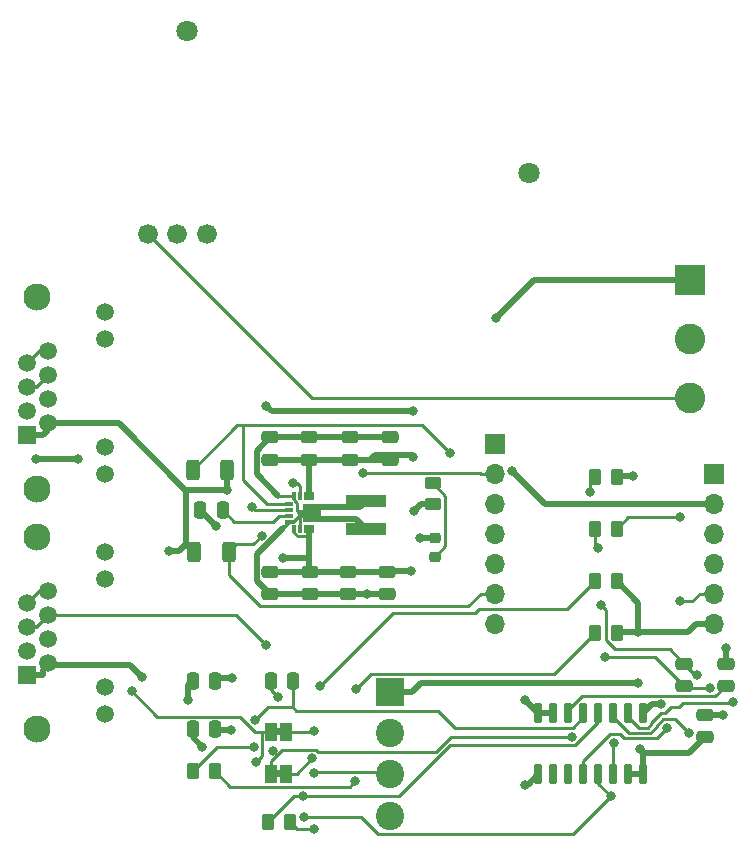
<source format=gbr>
%TF.GenerationSoftware,KiCad,Pcbnew,7.0.9*%
%TF.CreationDate,2024-04-08T21:40:24-04:00*%
%TF.ProjectId,WIRED-NAU7802-board-revB1,57495245-442d-44e4-9155-373830322d62,Rev B1*%
%TF.SameCoordinates,Original*%
%TF.FileFunction,Copper,L1,Top*%
%TF.FilePolarity,Positive*%
%FSLAX46Y46*%
G04 Gerber Fmt 4.6, Leading zero omitted, Abs format (unit mm)*
G04 Created by KiCad (PCBNEW 7.0.9) date 2024-04-08 21:40:24*
%MOMM*%
%LPD*%
G01*
G04 APERTURE LIST*
G04 Aperture macros list*
%AMRoundRect*
0 Rectangle with rounded corners*
0 $1 Rounding radius*
0 $2 $3 $4 $5 $6 $7 $8 $9 X,Y pos of 4 corners*
0 Add a 4 corners polygon primitive as box body*
4,1,4,$2,$3,$4,$5,$6,$7,$8,$9,$2,$3,0*
0 Add four circle primitives for the rounded corners*
1,1,$1+$1,$2,$3*
1,1,$1+$1,$4,$5*
1,1,$1+$1,$6,$7*
1,1,$1+$1,$8,$9*
0 Add four rect primitives between the rounded corners*
20,1,$1+$1,$2,$3,$4,$5,0*
20,1,$1+$1,$4,$5,$6,$7,0*
20,1,$1+$1,$6,$7,$8,$9,0*
20,1,$1+$1,$8,$9,$2,$3,0*%
G04 Aperture macros list end*
%TA.AperFunction,ComponentPad*%
%ADD10R,1.500000X1.500000*%
%TD*%
%TA.AperFunction,ComponentPad*%
%ADD11C,1.500000*%
%TD*%
%TA.AperFunction,ComponentPad*%
%ADD12C,2.300000*%
%TD*%
%TA.AperFunction,ComponentPad*%
%ADD13C,1.680000*%
%TD*%
%TA.AperFunction,ComponentPad*%
%ADD14C,1.800000*%
%TD*%
%TA.AperFunction,SMDPad,CuDef*%
%ADD15R,3.400000X0.980000*%
%TD*%
%TA.AperFunction,SMDPad,CuDef*%
%ADD16RoundRect,0.250000X0.250000X0.475000X-0.250000X0.475000X-0.250000X-0.475000X0.250000X-0.475000X0*%
%TD*%
%TA.AperFunction,SMDPad,CuDef*%
%ADD17RoundRect,0.250000X-0.262500X-0.450000X0.262500X-0.450000X0.262500X0.450000X-0.262500X0.450000X0*%
%TD*%
%TA.AperFunction,SMDPad,CuDef*%
%ADD18R,1.000000X1.500000*%
%TD*%
%TA.AperFunction,SMDPad,CuDef*%
%ADD19RoundRect,0.250000X-0.475000X0.250000X-0.475000X-0.250000X0.475000X-0.250000X0.475000X0.250000X0*%
%TD*%
%TA.AperFunction,SMDPad,CuDef*%
%ADD20RoundRect,0.250000X-0.250000X-0.475000X0.250000X-0.475000X0.250000X0.475000X-0.250000X0.475000X0*%
%TD*%
%TA.AperFunction,ComponentPad*%
%ADD21R,2.600000X2.600000*%
%TD*%
%TA.AperFunction,ComponentPad*%
%ADD22C,2.600000*%
%TD*%
%TA.AperFunction,SMDPad,CuDef*%
%ADD23RoundRect,0.250000X0.312500X0.625000X-0.312500X0.625000X-0.312500X-0.625000X0.312500X-0.625000X0*%
%TD*%
%TA.AperFunction,SMDPad,CuDef*%
%ADD24RoundRect,0.250000X-0.450000X0.262500X-0.450000X-0.262500X0.450000X-0.262500X0.450000X0.262500X0*%
%TD*%
%TA.AperFunction,SMDPad,CuDef*%
%ADD25RoundRect,0.002500X-0.297500X-0.122500X0.297500X-0.122500X0.297500X0.122500X-0.297500X0.122500X0*%
%TD*%
%TA.AperFunction,SMDPad,CuDef*%
%ADD26RoundRect,0.002500X-0.122500X-0.297500X0.122500X-0.297500X0.122500X0.297500X-0.122500X0.297500X0*%
%TD*%
%TA.AperFunction,SMDPad,CuDef*%
%ADD27RoundRect,0.014000X-0.411000X-0.336000X0.411000X-0.336000X0.411000X0.336000X-0.411000X0.336000X0*%
%TD*%
%TA.AperFunction,SMDPad,CuDef*%
%ADD28RoundRect,0.003500X-0.721500X-0.171500X0.721500X-0.171500X0.721500X0.171500X-0.721500X0.171500X0*%
%TD*%
%TA.AperFunction,SMDPad,CuDef*%
%ADD29RoundRect,0.003500X-0.896500X-0.171500X0.896500X-0.171500X0.896500X0.171500X-0.896500X0.171500X0*%
%TD*%
%TA.AperFunction,SMDPad,CuDef*%
%ADD30RoundRect,0.250000X0.475000X-0.250000X0.475000X0.250000X-0.475000X0.250000X-0.475000X-0.250000X0*%
%TD*%
%TA.AperFunction,ComponentPad*%
%ADD31R,1.700000X1.700000*%
%TD*%
%TA.AperFunction,ComponentPad*%
%ADD32O,1.700000X1.700000*%
%TD*%
%TA.AperFunction,SMDPad,CuDef*%
%ADD33RoundRect,0.218750X-0.256250X0.218750X-0.256250X-0.218750X0.256250X-0.218750X0.256250X0.218750X0*%
%TD*%
%TA.AperFunction,ComponentPad*%
%ADD34R,2.400000X2.400000*%
%TD*%
%TA.AperFunction,ComponentPad*%
%ADD35C,2.400000*%
%TD*%
%TA.AperFunction,SMDPad,CuDef*%
%ADD36RoundRect,0.150000X-0.150000X0.725000X-0.150000X-0.725000X0.150000X-0.725000X0.150000X0.725000X0*%
%TD*%
%TA.AperFunction,ViaPad*%
%ADD37C,0.800000*%
%TD*%
%TA.AperFunction,Conductor*%
%ADD38C,0.250000*%
%TD*%
%TA.AperFunction,Conductor*%
%ADD39C,0.500000*%
%TD*%
%TA.AperFunction,Conductor*%
%ADD40C,0.249800*%
%TD*%
G04 APERTURE END LIST*
%TA.AperFunction,EtchedComponent*%
%TO.C,JP2*%
G36*
X151380000Y-135422000D02*
G01*
X150880000Y-135422000D01*
X150880000Y-134822000D01*
X151380000Y-134822000D01*
X151380000Y-135422000D01*
G37*
%TD.AperFunction*%
%TA.AperFunction,EtchedComponent*%
%TO.C,JP1*%
G36*
X151380000Y-131872000D02*
G01*
X150880000Y-131872000D01*
X150880000Y-131272000D01*
X151380000Y-131272000D01*
X151380000Y-131872000D01*
G37*
%TD.AperFunction*%
%TD*%
D10*
%TO.P,J6,1*%
%TO.N,+5V*%
X129798000Y-106432000D03*
D11*
%TO.P,J6,2*%
X131578000Y-105416000D03*
%TO.P,J6,3*%
%TO.N,GND*%
X129798000Y-104400000D03*
%TO.P,J6,4*%
X131578000Y-103384000D03*
%TO.P,J6,5*%
%TO.N,/SDA*%
X129798000Y-102368000D03*
%TO.P,J6,6*%
X131578000Y-101352000D03*
%TO.P,J6,7*%
%TO.N,/SCL*%
X129798000Y-100336000D03*
%TO.P,J6,8*%
X131578000Y-99320000D03*
%TO.P,J6,9*%
%TO.N,unconnected-(J6-Pad9)*%
X136398000Y-109732000D03*
%TO.P,J6,10*%
%TO.N,unconnected-(J6-Pad10)*%
X136398000Y-107442000D03*
%TO.P,J6,11*%
%TO.N,unconnected-(J6-Pad11)*%
X136398000Y-98302000D03*
%TO.P,J6,12*%
%TO.N,unconnected-(J6-Pad12)*%
X136398000Y-96012000D03*
D12*
%TO.P,J6,SH*%
%TO.N,GND*%
X130688000Y-111002000D03*
X130688000Y-94742000D03*
%TD*%
D10*
%TO.P,J4,1*%
%TO.N,+5V*%
X129798000Y-126752000D03*
D11*
%TO.P,J4,2*%
X131578000Y-125736000D03*
%TO.P,J4,3*%
%TO.N,GND*%
X129798000Y-124720000D03*
%TO.P,J4,4*%
X131578000Y-123704000D03*
%TO.P,J4,5*%
%TO.N,/SDA*%
X129798000Y-122688000D03*
%TO.P,J4,6*%
X131578000Y-121672000D03*
%TO.P,J4,7*%
%TO.N,/SCL*%
X129798000Y-120656000D03*
%TO.P,J4,8*%
X131578000Y-119640000D03*
%TO.P,J4,9*%
%TO.N,unconnected-(J4-Pad9)*%
X136398000Y-130052000D03*
%TO.P,J4,10*%
%TO.N,unconnected-(J4-Pad10)*%
X136398000Y-127762000D03*
%TO.P,J4,11*%
%TO.N,unconnected-(J4-Pad11)*%
X136398000Y-118622000D03*
%TO.P,J4,12*%
%TO.N,unconnected-(J4-Pad12)*%
X136398000Y-116332000D03*
D12*
%TO.P,J4,SH*%
%TO.N,GND*%
X130688000Y-131322000D03*
X130688000Y-115062000D03*
%TD*%
D13*
%TO.P,IC1,1,VOUT*%
%TO.N,/DATA*%
X140044000Y-89436000D03*
%TO.P,IC1,2,GND*%
%TO.N,GND*%
X142544000Y-89436000D03*
%TO.P,IC1,3,+VCC_(+5V)*%
%TO.N,VCC*%
X145044000Y-89436000D03*
D14*
%TO.P,IC1,MH1*%
%TO.N,N/C*%
X143344000Y-72236000D03*
%TO.P,IC1,MH2*%
X172344000Y-84236000D03*
%TD*%
D15*
%TO.P,L1,1*%
%TO.N,Net-(U2-L1)*%
X158507000Y-112003000D03*
%TO.P,L1,2*%
%TO.N,Net-(U2-L2)*%
X158507000Y-114373000D03*
%TD*%
D16*
%TO.P,C12,1*%
%TO.N,Net-(U2-VAUX)*%
X146371000Y-112772000D03*
%TO.P,C12,2*%
%TO.N,GND*%
X144471000Y-112772000D03*
%TD*%
D17*
%TO.P,R1,1*%
%TO.N,Net-(U1-VIN1N)*%
X177903500Y-109982000D03*
%TO.P,R1,2*%
%TO.N,GND*%
X179728500Y-109982000D03*
%TD*%
%TO.P,R9,1*%
%TO.N,Net-(U1-VIN2N)*%
X150217500Y-139186000D03*
%TO.P,R9,2*%
%TO.N,/B-*%
X152042500Y-139186000D03*
%TD*%
D18*
%TO.P,JP2,1,A*%
%TO.N,/SDA*%
X150480000Y-135122000D03*
%TO.P,JP2,2,B*%
%TO.N,Net-(JP2-B)*%
X151780000Y-135122000D03*
%TD*%
D19*
%TO.P,C15,1*%
%TO.N,VCC*%
X160285000Y-118014000D03*
%TO.P,C15,2*%
%TO.N,GND*%
X160285000Y-119914000D03*
%TD*%
D20*
%TO.P,C1,1*%
%TO.N,Net-(U1-VIN2N)*%
X150434000Y-127248000D03*
%TO.P,C1,2*%
%TO.N,Net-(U1-VIN2P)*%
X152334000Y-127248000D03*
%TD*%
D21*
%TO.P,J5,1,Pin_1*%
%TO.N,+5V*%
X185928000Y-93298000D03*
D22*
%TO.P,J5,2,Pin_2*%
%TO.N,GND*%
X185928000Y-98298000D03*
%TO.P,J5,3,Pin_3*%
%TO.N,/DATA*%
X185928000Y-103298000D03*
%TD*%
D18*
%TO.P,JP1,1,A*%
%TO.N,/SCL*%
X150480000Y-131572000D03*
%TO.P,JP1,2,B*%
%TO.N,Net-(JP1-B)*%
X151780000Y-131572000D03*
%TD*%
D19*
%TO.P,C14,1*%
%TO.N,VCC*%
X156983000Y-118014000D03*
%TO.P,C14,2*%
%TO.N,GND*%
X156983000Y-119914000D03*
%TD*%
D23*
%TO.P,R4,1*%
%TO.N,+5V*%
X146761500Y-109378000D03*
%TO.P,R4,2*%
%TO.N,PS*%
X143836500Y-109378000D03*
%TD*%
D24*
%TO.P,R5,1*%
%TO.N,Net-(D1-A)*%
X164169000Y-110497500D03*
%TO.P,R5,2*%
%TO.N,+5V*%
X164169000Y-112322500D03*
%TD*%
D25*
%TO.P,U2,1,PS/SYNC*%
%TO.N,PS*%
X151985500Y-112272000D03*
%TO.P,U2,2,PG*%
%TO.N,PG*%
X151985500Y-112772000D03*
%TO.P,U2,3,VAUX*%
%TO.N,Net-(U2-VAUX)*%
X151985500Y-113272000D03*
%TO.P,U2,4,GND*%
%TO.N,GND*%
X151985500Y-113772000D03*
D26*
%TO.P,U2,5,FB*%
%TO.N,VCC*%
X152410500Y-114422000D03*
%TO.P,U2,6,FB2*%
%TO.N,GND*%
X152910500Y-114422000D03*
D27*
%TO.P,U2,7_8,VOUT*%
%TO.N,VCC*%
X153660500Y-114422000D03*
D28*
%TO.P,U2,9,L2*%
%TO.N,Net-(U2-L2)*%
X153910500Y-113522000D03*
D29*
%TO.P,U2,10,PGND*%
%TO.N,GND*%
X153735500Y-113022000D03*
D28*
%TO.P,U2,11,L1*%
%TO.N,Net-(U2-L1)*%
X153910500Y-112522000D03*
D27*
%TO.P,U2,12_13,VIN*%
%TO.N,+5V*%
X153660500Y-111622000D03*
D26*
%TO.P,U2,14,EN*%
%TO.N,EN*%
X152910500Y-111622000D03*
%TO.P,U2,15,VSEL*%
%TO.N,GND*%
X152410500Y-111622000D03*
%TD*%
D30*
%TO.P,C4,1*%
%TO.N,+5V*%
X150379000Y-108550000D03*
%TO.P,C4,2*%
%TO.N,GND*%
X150379000Y-106650000D03*
%TD*%
D31*
%TO.P,J3,1,Pin_1*%
%TO.N,GND*%
X187960000Y-109728000D03*
D32*
%TO.P,J3,2,Pin_2*%
%TO.N,VCC*%
X187960000Y-112268000D03*
%TO.P,J3,3,Pin_3*%
%TO.N,/SDA*%
X187960000Y-114808000D03*
%TO.P,J3,4,Pin_4*%
%TO.N,/SCL*%
X187960000Y-117348000D03*
%TO.P,J3,5,Pin_5*%
%TO.N,/INT*%
X187960000Y-119888000D03*
%TO.P,J3,6,Pin_6*%
%TO.N,VCC*%
X187960000Y-122428000D03*
%TD*%
D23*
%TO.P,R3,1*%
%TO.N,EN*%
X146883500Y-116328000D03*
%TO.P,R3,2*%
%TO.N,+5V*%
X143958500Y-116328000D03*
%TD*%
D31*
%TO.P,J2,1,Pin_1*%
%TO.N,VCC*%
X169418000Y-107183000D03*
D32*
%TO.P,J2,2,Pin_2*%
%TO.N,PG*%
X169418000Y-109723000D03*
%TO.P,J2,3,Pin_3*%
%TO.N,GND*%
X169418000Y-112263000D03*
%TO.P,J2,4,Pin_4*%
%TO.N,PS*%
X169418000Y-114803000D03*
%TO.P,J2,5,Pin_5*%
%TO.N,GND*%
X169418000Y-117343000D03*
%TO.P,J2,6,Pin_6*%
%TO.N,EN*%
X169418000Y-119883000D03*
%TO.P,J2,7,Pin_7*%
%TO.N,+5V*%
X169418000Y-122423000D03*
%TD*%
D19*
%TO.P,C13,1*%
%TO.N,VCC*%
X153790300Y-118014000D03*
%TO.P,C13,2*%
%TO.N,GND*%
X153790300Y-119914000D03*
%TD*%
D30*
%TO.P,C3,1*%
%TO.N,Net-(U1-VBG)*%
X188976000Y-127696000D03*
%TO.P,C3,2*%
%TO.N,GND*%
X188976000Y-125796000D03*
%TD*%
%TO.P,C6,1*%
%TO.N,+5V*%
X157128600Y-108550000D03*
%TO.P,C6,2*%
%TO.N,GND*%
X157128600Y-106650000D03*
%TD*%
%TO.P,C7,1*%
%TO.N,+5V*%
X160539000Y-108550000D03*
%TO.P,C7,2*%
%TO.N,GND*%
X160539000Y-106650000D03*
%TD*%
D19*
%TO.P,C11,1*%
%TO.N,VCC*%
X150379000Y-118014000D03*
%TO.P,C11,2*%
%TO.N,GND*%
X150379000Y-119914000D03*
%TD*%
D17*
%TO.P,R6,1*%
%TO.N,Net-(JP1-B)*%
X177903500Y-118787300D03*
%TO.P,R6,2*%
%TO.N,VCC*%
X179728500Y-118787300D03*
%TD*%
D30*
%TO.P,C8,1*%
%TO.N,VCC*%
X187198000Y-132014000D03*
%TO.P,C8,2*%
%TO.N,GND*%
X187198000Y-130114000D03*
%TD*%
%TO.P,C2,1*%
%TO.N,Net-(U1-VIN1N)*%
X185420000Y-127696000D03*
%TO.P,C2,2*%
%TO.N,Net-(U1-VIN1P)*%
X185420000Y-125796000D03*
%TD*%
D17*
%TO.P,R7,1*%
%TO.N,Net-(JP2-B)*%
X177903500Y-123190000D03*
%TO.P,R7,2*%
%TO.N,VCC*%
X179728500Y-123190000D03*
%TD*%
D20*
%TO.P,C9,1*%
%TO.N,VCC*%
X143830000Y-127248000D03*
%TO.P,C9,2*%
%TO.N,GND*%
X145730000Y-127248000D03*
%TD*%
D17*
%TO.P,R8,1*%
%TO.N,Net-(U1-VIN2P)*%
X143867500Y-134874000D03*
%TO.P,R8,2*%
%TO.N,/B+*%
X145692500Y-134874000D03*
%TD*%
D30*
%TO.P,C5,1*%
%TO.N,+5V*%
X153718100Y-108550000D03*
%TO.P,C5,2*%
%TO.N,GND*%
X153718100Y-106650000D03*
%TD*%
D33*
%TO.P,D1,1,K*%
%TO.N,GND*%
X164349000Y-115194500D03*
%TO.P,D1,2,A*%
%TO.N,Net-(D1-A)*%
X164349000Y-116769500D03*
%TD*%
D34*
%TO.P,J1,1,Pin_1*%
%TO.N,VCC*%
X160528000Y-128184000D03*
D35*
%TO.P,J1,2,Pin_2*%
%TO.N,GND*%
X160528000Y-131684000D03*
%TO.P,J1,3,Pin_3*%
%TO.N,/B-*%
X160528000Y-135184000D03*
%TO.P,J1,4,Pin_4*%
%TO.N,/B+*%
X160528000Y-138684000D03*
%TD*%
D17*
%TO.P,R2,1*%
%TO.N,Net-(U1-VIN1P)*%
X177903500Y-114384700D03*
%TO.P,R2,2*%
%TO.N,/DATA*%
X179728500Y-114384700D03*
%TD*%
D36*
%TO.P,U1,1,REFP*%
%TO.N,VCC*%
X181991000Y-130013000D03*
%TO.P,U1,2,VIN1N*%
%TO.N,Net-(U1-VIN1N)*%
X180721000Y-130013000D03*
%TO.P,U1,3,VIN1P*%
%TO.N,Net-(U1-VIN1P)*%
X179451000Y-130013000D03*
%TO.P,U1,4,VIN2N*%
%TO.N,Net-(U1-VIN2N)*%
X178181000Y-130013000D03*
%TO.P,U1,5,VIN2P*%
%TO.N,Net-(U1-VIN2P)*%
X176911000Y-130013000D03*
%TO.P,U1,6,VBG*%
%TO.N,Net-(U1-VBG)*%
X175641000Y-130013000D03*
%TO.P,U1,7,REFN*%
%TO.N,GND*%
X174371000Y-130013000D03*
%TO.P,U1,8,AVSS*%
X173101000Y-130013000D03*
%TO.P,U1,9,DVSS*%
X173101000Y-135163000D03*
%TO.P,U1,10,XIN*%
%TO.N,unconnected-(U1-XIN-Pad10)*%
X174371000Y-135163000D03*
%TO.P,U1,11,XOUT*%
%TO.N,unconnected-(U1-XOUT-Pad11)*%
X175641000Y-135163000D03*
%TO.P,U1,12,DRDY*%
%TO.N,/INT*%
X176911000Y-135163000D03*
%TO.P,U1,13,SCLK*%
%TO.N,/SCL*%
X178181000Y-135163000D03*
%TO.P,U1,14,SDIO*%
%TO.N,/SDA*%
X179451000Y-135163000D03*
%TO.P,U1,15,DVDD*%
%TO.N,VCC*%
X180721000Y-135163000D03*
%TO.P,U1,16,AVDD*%
X181991000Y-135163000D03*
%TD*%
D20*
%TO.P,C10,1*%
%TO.N,VCC*%
X143830000Y-131350000D03*
%TO.P,C10,2*%
%TO.N,GND*%
X145730000Y-131350000D03*
%TD*%
D37*
%TO.N,/DATA*%
X185136000Y-113415900D03*
%TO.N,GND*%
X145821700Y-114122700D03*
X188776800Y-130114000D03*
X171997200Y-128909200D03*
X147158500Y-127001800D03*
X130556000Y-108458000D03*
X171951600Y-136062500D03*
X188976000Y-124479600D03*
X158634000Y-119914000D03*
X147074700Y-131437500D03*
X134112000Y-108458000D03*
X181121100Y-109893900D03*
X163066600Y-115194500D03*
%TO.N,PS*%
X165636000Y-107966700D03*
%TO.N,PG*%
X148844000Y-112522000D03*
X158265300Y-109653100D03*
%TO.N,EN*%
X149698632Y-114969368D03*
X152293100Y-110500800D03*
%TO.N,Net-(U1-VIN2N)*%
X151030000Y-128666500D03*
X153182400Y-137007400D03*
%TO.N,Net-(U1-VIN2P)*%
X148996900Y-132818300D03*
X149100900Y-130558300D03*
%TO.N,Net-(U1-VIN1N)*%
X187647700Y-127854700D03*
X177445200Y-111295300D03*
X178751500Y-125270600D03*
X189591000Y-129013100D03*
%TO.N,Net-(U1-VIN1P)*%
X178179700Y-116006900D03*
X178428100Y-120855400D03*
X186577400Y-126756100D03*
X185858800Y-131667300D03*
%TO.N,+5V*%
X162590700Y-112874400D03*
X139564000Y-126965300D03*
X162475500Y-108265900D03*
X150036000Y-103955400D03*
X162475500Y-104441400D03*
X146778100Y-111114800D03*
X169536000Y-96519500D03*
X141840500Y-116291000D03*
%TO.N,/SDA*%
X179520000Y-132488600D03*
X150630000Y-133203700D03*
X175911000Y-131988900D03*
X150036000Y-124199600D03*
%TO.N,/SCL*%
X153224300Y-138802700D03*
X149220500Y-134127700D03*
X179227600Y-137039100D03*
X138717000Y-128153900D03*
%TO.N,Net-(JP1-B)*%
X154620200Y-127653600D03*
X154083000Y-131510700D03*
%TO.N,Net-(JP2-B)*%
X153936000Y-133822200D03*
X157655500Y-127961700D03*
%TO.N,/INT*%
X183976900Y-131252400D03*
X185115900Y-120533100D03*
%TO.N,VCC*%
X151490300Y-116864900D03*
X181579200Y-123144600D03*
X170877000Y-109484400D03*
X181579200Y-127421000D03*
X144668700Y-132820000D03*
X162348500Y-117964200D03*
X183513500Y-129261400D03*
X181681100Y-133017200D03*
X143445100Y-128870400D03*
%TO.N,/B-*%
X154083000Y-135084100D03*
X154083000Y-139823800D03*
%TO.N,/B+*%
X157607000Y-135763000D03*
%TD*%
D38*
%TO.N,/DATA*%
X180697300Y-113415900D02*
X179728500Y-114384700D01*
X153906000Y-103298000D02*
X140044000Y-89436000D01*
X185928000Y-103298000D02*
X153906000Y-103298000D01*
X185136000Y-113415900D02*
X180697300Y-113415900D01*
%TO.N,GND*%
X153085000Y-113022000D02*
X152836000Y-113022000D01*
D39*
X171951600Y-136062500D02*
X172201500Y-136062500D01*
D38*
X153735500Y-113022000D02*
X153265000Y-113022000D01*
D39*
X171997200Y-128909200D02*
X173101000Y-130013000D01*
X157128600Y-106650000D02*
X160539000Y-106650000D01*
X174371000Y-130013000D02*
X173101000Y-130013000D01*
D40*
X152410000Y-111622000D02*
X152410500Y-111622000D01*
D39*
X147074700Y-131437500D02*
X145817500Y-131437500D01*
X130556000Y-108458000D02*
X134112000Y-108458000D01*
D38*
X152335000Y-113772000D02*
X151986000Y-113772000D01*
D39*
X179816600Y-109893900D02*
X179728500Y-109982000D01*
X158634000Y-119914000D02*
X160285000Y-119914000D01*
X145976200Y-127001800D02*
X145730000Y-127248000D01*
D38*
X152910000Y-113376000D02*
X152910000Y-114422000D01*
X153265000Y-113022000D02*
X152910000Y-113376000D01*
D39*
X149254000Y-118789000D02*
X149254000Y-116504000D01*
X187198000Y-130114000D02*
X188776800Y-130114000D01*
X149254000Y-107775000D02*
X149254000Y-109777000D01*
X156983000Y-119914000D02*
X158634000Y-119914000D01*
X149254000Y-109777000D02*
X151099000Y-111622000D01*
X172201500Y-136062500D02*
X173101000Y-135163000D01*
X149295371Y-116504000D02*
X151458000Y-114341371D01*
D38*
X152665000Y-112851000D02*
X152665000Y-112172000D01*
D39*
X150379000Y-119914000D02*
X153790300Y-119914000D01*
X147158500Y-127001800D02*
X145976200Y-127001800D01*
X145817500Y-131437500D02*
X145730000Y-131350000D01*
D38*
X153265000Y-113022000D02*
X153085000Y-113022000D01*
X153736000Y-113022000D02*
X153735500Y-113022000D01*
D39*
X181121100Y-109893900D02*
X179816600Y-109893900D01*
D38*
X153735500Y-113022000D02*
X153265000Y-113022000D01*
D39*
X153718100Y-106650000D02*
X157128600Y-106650000D01*
X151458000Y-114341371D02*
X151458000Y-114300000D01*
D38*
X152665000Y-112172000D02*
X152410000Y-111918000D01*
X153085000Y-113022000D02*
X152335000Y-113772000D01*
X153735500Y-113022000D02*
X153265000Y-113022000D01*
X153265000Y-113022000D02*
X153085000Y-113022000D01*
D39*
X150379000Y-106650000D02*
X153718100Y-106650000D01*
D38*
X153736000Y-113022000D02*
X153735500Y-113022000D01*
X152410000Y-111622000D02*
X151099000Y-111622000D01*
X153736000Y-113022000D02*
X153735500Y-113022000D01*
X151986000Y-113772000D02*
X151458000Y-114300000D01*
D39*
X149254000Y-116504000D02*
X149295371Y-116504000D01*
D38*
X152410000Y-111918000D02*
X152410000Y-111622000D01*
D39*
X163066600Y-115194500D02*
X164349000Y-115194500D01*
X150379000Y-119914000D02*
X149254000Y-118789000D01*
D38*
X152836000Y-113022000D02*
X152665000Y-112851000D01*
D39*
X150379000Y-106650000D02*
X149254000Y-107775000D01*
X188976000Y-124479600D02*
X188976000Y-125796000D01*
X153790300Y-119914000D02*
X156983000Y-119914000D01*
X144471000Y-112772000D02*
X145821700Y-114122700D01*
D38*
%TO.N,PS*%
X147850400Y-105589300D02*
X148082000Y-105589300D01*
X148082000Y-105589300D02*
X163258600Y-105589300D01*
X151985500Y-112272000D02*
X150118000Y-112272000D01*
X148082000Y-110236000D02*
X148082000Y-105589300D01*
X163258600Y-105589300D02*
X165636000Y-107966700D01*
X151986000Y-112272000D02*
X151985500Y-112272000D01*
X150118000Y-112272000D02*
X148082000Y-110236000D01*
X143836500Y-109378000D02*
X147625200Y-105589300D01*
X147625200Y-105589300D02*
X147850400Y-105589300D01*
%TO.N,PG*%
X148844000Y-112522000D02*
X149098000Y-112776000D01*
X168241100Y-109723000D02*
X168171200Y-109653100D01*
X168171200Y-109653100D02*
X158265300Y-109653100D01*
X149098000Y-112776000D02*
X150368000Y-112776000D01*
X151986000Y-112772000D02*
X151985500Y-112772000D01*
X150368000Y-112776000D02*
X150372000Y-112772000D01*
X169418000Y-109723000D02*
X168241100Y-109723000D01*
X150372000Y-112772000D02*
X151985500Y-112772000D01*
%TO.N,EN*%
X152664800Y-110500800D02*
X152654000Y-110490000D01*
X152664800Y-110500800D02*
X152293100Y-110500800D01*
X149698632Y-114969368D02*
X148963100Y-115704900D01*
X149517300Y-120941900D02*
X146883500Y-118308100D01*
X152910000Y-110746000D02*
X152664800Y-110500800D01*
X152910000Y-111622000D02*
X152910000Y-110746000D01*
X147506600Y-115704900D02*
X146883500Y-116328000D01*
X168241100Y-119883000D02*
X167182200Y-120941900D01*
X169418000Y-119883000D02*
X168241100Y-119883000D01*
X148963100Y-115704900D02*
X147506600Y-115704900D01*
X167182200Y-120941900D02*
X149517300Y-120941900D01*
X146883500Y-118308100D02*
X146883500Y-116328000D01*
%TO.N,Net-(D1-A)*%
X165239500Y-115879000D02*
X165239500Y-111568000D01*
X164349000Y-116769500D02*
X165239500Y-115879000D01*
X165239500Y-111568000D02*
X164169000Y-110497500D01*
%TO.N,Net-(U1-VIN2N)*%
X150434000Y-128070500D02*
X150434000Y-127248000D01*
X153182400Y-137007400D02*
X152396100Y-137007400D01*
X165598600Y-132715800D02*
X161307000Y-137007400D01*
X178181000Y-130013000D02*
X178181000Y-130746900D01*
X152396100Y-137007400D02*
X150217500Y-139186000D01*
X178181000Y-130746900D02*
X176212100Y-132715800D01*
X151030000Y-128666500D02*
X150434000Y-128070500D01*
X161307000Y-137007400D02*
X153182400Y-137007400D01*
X176212100Y-132715800D02*
X165598600Y-132715800D01*
%TO.N,Net-(U1-VIN2P)*%
X152334000Y-129484100D02*
X152624600Y-129774700D01*
X176911000Y-130344700D02*
X176911000Y-130013000D01*
X152624600Y-129774700D02*
X164635700Y-129774700D01*
X152334000Y-129484100D02*
X152334000Y-127248000D01*
X150175100Y-129484100D02*
X152334000Y-129484100D01*
X143867500Y-134874000D02*
X145923200Y-132818300D01*
X166077000Y-131216000D02*
X176039700Y-131216000D01*
X164635700Y-129774700D02*
X166077000Y-131216000D01*
X149100900Y-130558300D02*
X150175100Y-129484100D01*
X176039700Y-131216000D02*
X176911000Y-130344700D01*
X145923200Y-132818300D02*
X148996900Y-132818300D01*
%TO.N,Net-(U1-VIN1N)*%
X177445200Y-110440300D02*
X177445200Y-111295300D01*
X182663400Y-130831600D02*
X183506700Y-129988300D01*
X182663400Y-130928900D02*
X182663400Y-130831600D01*
X178751500Y-125270600D02*
X182994600Y-125270600D01*
X184302300Y-129500600D02*
X184302300Y-129500500D01*
X180721000Y-130013000D02*
X180721000Y-130313700D01*
X181622800Y-131215500D02*
X182376800Y-131215500D01*
X184302300Y-129500500D02*
X184986700Y-129500500D01*
X177903500Y-109982000D02*
X177445200Y-110440300D01*
X185578700Y-127854700D02*
X185420000Y-127696000D01*
X184986700Y-129500500D02*
X185328900Y-129158300D01*
X189445800Y-129158300D02*
X189591000Y-129013100D01*
X180721000Y-130313700D02*
X181622800Y-131215500D01*
X187647700Y-127854700D02*
X185578700Y-127854700D01*
X182376800Y-131215500D02*
X182663400Y-130928900D01*
X185328900Y-129158300D02*
X189445800Y-129158300D01*
X182994600Y-125270600D02*
X185420000Y-127696000D01*
X183506700Y-129988300D02*
X183814600Y-129988300D01*
X183814600Y-129988300D02*
X184302300Y-129500600D01*
%TO.N,Net-(U1-VIN1P)*%
X186380100Y-126756100D02*
X186577400Y-126756100D01*
X178816000Y-121243300D02*
X178816000Y-123808100D01*
X180819600Y-131667400D02*
X179451000Y-130298800D01*
X182575800Y-131667400D02*
X180819600Y-131667400D01*
X185858800Y-131667300D02*
X184704600Y-130513100D01*
X178816000Y-123808100D02*
X179596500Y-124588600D01*
X178428100Y-120855400D02*
X178816000Y-121243300D01*
X179596500Y-124588600D02*
X184212600Y-124588600D01*
X184212600Y-124588600D02*
X185420000Y-125796000D01*
X183654500Y-130513100D02*
X183115300Y-131052300D01*
X184704600Y-130513100D02*
X183654500Y-130513100D01*
X177903500Y-115730700D02*
X177903500Y-114384700D01*
X183115300Y-131052300D02*
X183115300Y-131127900D01*
X178179700Y-116006900D02*
X177903500Y-115730700D01*
X185420000Y-125796000D02*
X186380100Y-126756100D01*
X179451000Y-130298800D02*
X179451000Y-130013000D01*
X183115300Y-131127900D02*
X182575800Y-131667400D01*
%TO.N,Net-(U1-VBG)*%
X176820700Y-128533000D02*
X187298100Y-128533000D01*
X188090400Y-128581600D02*
X188976000Y-127696000D01*
X175641000Y-130013000D02*
X175641000Y-129712700D01*
X187346700Y-128581600D02*
X188090400Y-128581600D01*
X175641000Y-129712700D02*
X176820700Y-128533000D01*
X187298100Y-128533000D02*
X187346700Y-128581600D01*
D39*
%TO.N,+5V*%
X153660000Y-108608000D02*
X153718000Y-108550000D01*
X146761500Y-111114800D02*
X146778100Y-111114800D01*
X150036000Y-103955400D02*
X150522000Y-104441400D01*
X164169000Y-112322500D02*
X163142600Y-112322500D01*
X129798000Y-106432000D02*
X131199900Y-106432000D01*
X146761500Y-111114800D02*
X143336200Y-111114800D01*
X157128600Y-108550000D02*
X153718100Y-108550000D01*
X159267300Y-108116500D02*
X162326100Y-108116500D01*
X137560600Y-105416000D02*
X131578000Y-105416000D01*
X131199900Y-126752000D02*
X131199900Y-126303100D01*
X131578000Y-125925000D02*
X138523700Y-125925000D01*
X162326100Y-108116500D02*
X162475500Y-108265900D01*
X143297800Y-115667300D02*
X143958500Y-116328000D01*
X163142600Y-112322500D02*
X162590700Y-112874400D01*
X153660000Y-110115000D02*
X153660500Y-110115500D01*
X172757500Y-93298000D02*
X169536000Y-96519500D01*
X142674100Y-116291000D02*
X143297800Y-115667300D01*
X160539000Y-108550000D02*
X158833800Y-108550000D01*
X143336200Y-111114800D02*
X143297800Y-111153200D01*
X153689500Y-111593000D02*
X153660500Y-111622000D01*
X131199900Y-126303100D02*
X131578000Y-125925000D01*
X141840500Y-116291000D02*
X142674100Y-116291000D01*
X150522000Y-104441400D02*
X162475500Y-104441400D01*
X153660000Y-111622000D02*
X153660000Y-110115000D01*
X131578000Y-106053900D02*
X131199900Y-106432000D01*
X158833800Y-108550000D02*
X157128600Y-108550000D01*
X153660500Y-110115500D02*
X153660500Y-111622000D01*
X138523700Y-125925000D02*
X139564000Y-126965300D01*
X131578000Y-105416000D02*
X131578000Y-106053900D01*
X129798000Y-126752000D02*
X131199900Y-126752000D01*
X153718100Y-108550000D02*
X153718000Y-108550000D01*
X143297800Y-111153200D02*
X137560600Y-105416000D01*
X131578000Y-125736000D02*
X131578000Y-125925000D01*
X153660000Y-110115000D02*
X153660000Y-108608000D01*
X185928000Y-93298000D02*
X172757500Y-93298000D01*
X153718000Y-111564000D02*
X153689500Y-111593000D01*
X146761500Y-109378000D02*
X146761500Y-111114800D01*
X153689500Y-111593000D02*
X153661000Y-111622000D01*
X143297800Y-111153200D02*
X143297800Y-115667300D01*
X158833800Y-108550000D02*
X159267300Y-108116500D01*
X150379000Y-108550000D02*
X153718000Y-108550000D01*
D38*
%TO.N,Net-(U2-VAUX)*%
X151985500Y-113272000D02*
X151142000Y-113272000D01*
X150636500Y-113777500D02*
X147376500Y-113777500D01*
X151142000Y-113272000D02*
X150636500Y-113777500D01*
X147376500Y-113777500D02*
X146371000Y-112772000D01*
X151986000Y-113272000D02*
X151985500Y-113272000D01*
%TO.N,/SDA*%
X154406400Y-133264600D02*
X154237100Y-133095300D01*
X175911000Y-131988900D02*
X165686400Y-131988900D01*
X150975700Y-133549400D02*
X150630000Y-133203700D01*
X150975700Y-133549400D02*
X150480000Y-134045100D01*
X179451000Y-132557600D02*
X179520000Y-132488600D01*
X147508400Y-121672000D02*
X131578000Y-121672000D01*
X179451000Y-135163000D02*
X179451000Y-132557600D01*
X131578000Y-121672000D02*
X130562000Y-122688000D01*
X154237100Y-133095300D02*
X151429800Y-133095300D01*
X165686400Y-131988900D02*
X164410700Y-133264600D01*
X130562000Y-122688000D02*
X129798000Y-122688000D01*
X164410700Y-133264600D02*
X154406400Y-133264600D01*
X150036000Y-124199600D02*
X147508400Y-121672000D01*
X131578000Y-101352000D02*
X130562000Y-102368000D01*
X150480000Y-135122000D02*
X150480000Y-134045100D01*
X130562000Y-102368000D02*
X129798000Y-102368000D01*
X151429800Y-133095300D02*
X150975700Y-133549400D01*
%TO.N,/SCL*%
X140856000Y-130292900D02*
X147807600Y-130292900D01*
X178181000Y-135163000D02*
X178181000Y-135992500D01*
X149723900Y-133624300D02*
X149220500Y-134127700D01*
X158085400Y-138802700D02*
X159520200Y-140237500D01*
X130814000Y-119640000D02*
X129798000Y-120656000D01*
X131578000Y-119640000D02*
X130814000Y-119640000D01*
X176029200Y-140237500D02*
X179227600Y-137039100D01*
X130814000Y-99320000D02*
X129798000Y-100336000D01*
X178181000Y-135992500D02*
X179227600Y-137039100D01*
X153224300Y-138802700D02*
X158085400Y-138802700D01*
X131578000Y-99320000D02*
X130814000Y-99320000D01*
X149086700Y-131572000D02*
X149723900Y-131572000D01*
X159520200Y-140237500D02*
X176029200Y-140237500D01*
X138717000Y-128153900D02*
X140856000Y-130292900D01*
X150480000Y-131572000D02*
X149723900Y-131572000D01*
X149723900Y-131572000D02*
X149723900Y-133624300D01*
X147807600Y-130292900D02*
X149086700Y-131572000D01*
%TO.N,Net-(JP1-B)*%
X167730100Y-121472900D02*
X168050000Y-121153000D01*
X175537800Y-121153000D02*
X177903500Y-118787300D01*
X154021700Y-131572000D02*
X154083000Y-131510700D01*
X160800900Y-121472900D02*
X167730100Y-121472900D01*
X154620200Y-127653600D02*
X160800900Y-121472900D01*
X151780000Y-131572000D02*
X154021700Y-131572000D01*
X168050000Y-121153000D02*
X175537800Y-121153000D01*
%TO.N,Net-(JP2-B)*%
X151780000Y-135122000D02*
X152636200Y-135122000D01*
X174437900Y-126655600D02*
X158961600Y-126655600D01*
X177903500Y-123190000D02*
X174437900Y-126655600D01*
X158961600Y-126655600D02*
X157655500Y-127961700D01*
X152636200Y-135122000D02*
X153936000Y-133822200D01*
%TO.N,/INT*%
X186138000Y-120533100D02*
X186783100Y-119888000D01*
X176911000Y-134013500D02*
X179162900Y-131761600D01*
X179988900Y-131761600D02*
X180346600Y-132119300D01*
X183110000Y-132119300D02*
X183976900Y-131252400D01*
X176911000Y-135163000D02*
X176911000Y-134013500D01*
X185115900Y-120533100D02*
X186138000Y-120533100D01*
X187960000Y-119888000D02*
X186783100Y-119888000D01*
X179162900Y-131761600D02*
X179988900Y-131761600D01*
X180346600Y-132119300D02*
X183110000Y-132119300D01*
D39*
%TO.N,Net-(U2-L1)*%
X153910000Y-112522000D02*
X153910500Y-112522000D01*
X157988000Y-112522000D02*
X158507000Y-112003000D01*
X153910500Y-112522000D02*
X157988000Y-112522000D01*
%TO.N,Net-(U2-L2)*%
X153910500Y-113522000D02*
X157656000Y-113522000D01*
X157656000Y-113522000D02*
X158507000Y-114373000D01*
X153910000Y-113522000D02*
X153910500Y-113522000D01*
%TO.N,VCC*%
X153660000Y-115032700D02*
X153660000Y-115643400D01*
D38*
X152721200Y-115032700D02*
X153660000Y-115032700D01*
D39*
X181991000Y-135163000D02*
X182002900Y-135151100D01*
D38*
X152410500Y-114422000D02*
X152410500Y-114722000D01*
D39*
X162348500Y-117964200D02*
X160334800Y-117964200D01*
X153660000Y-114422000D02*
X153660000Y-115032700D01*
X179728500Y-118787300D02*
X181579200Y-120638000D01*
X143830000Y-131350000D02*
X143830000Y-131981300D01*
X182742600Y-129261400D02*
X183513500Y-129261400D01*
X143830000Y-127248000D02*
X143445100Y-127632900D01*
X143830000Y-131981300D02*
X144668700Y-132820000D01*
X182002900Y-133339000D02*
X181681100Y-133017200D01*
X160334800Y-117964200D02*
X160285000Y-118014000D01*
X163142900Y-127421000D02*
X181579200Y-127421000D01*
X153790300Y-118014000D02*
X156983000Y-118014000D01*
X185873000Y-133339000D02*
X182002900Y-133339000D01*
X153660000Y-116864900D02*
X153660000Y-117884000D01*
X186458100Y-122428000D02*
X185741500Y-123144600D01*
X170877000Y-109484400D02*
X173660600Y-112268000D01*
X181579200Y-120638000D02*
X181579200Y-123144600D01*
X150379000Y-118014000D02*
X153790000Y-118014000D01*
X187960000Y-122428000D02*
X186458100Y-122428000D01*
X185741500Y-123144600D02*
X181579200Y-123144600D01*
X173660600Y-112268000D02*
X187960000Y-112268000D01*
X160528000Y-128184000D02*
X162379900Y-128184000D01*
X151490300Y-116864900D02*
X153660000Y-116864900D01*
X180721000Y-135163000D02*
X181991000Y-135163000D01*
X181579200Y-123144600D02*
X179773900Y-123144600D01*
X153661000Y-117884000D02*
X153790000Y-118014000D01*
X182002900Y-135151100D02*
X182002900Y-133339000D01*
X153660000Y-117884000D02*
X153790000Y-118014000D01*
X187198000Y-132014000D02*
X185873000Y-133339000D01*
D38*
X152410500Y-114722000D02*
X152721200Y-115032700D01*
D39*
X162379900Y-128184000D02*
X163142900Y-127421000D01*
X179773900Y-123144600D02*
X179728500Y-123190000D01*
X181991000Y-130013000D02*
X182742600Y-129261400D01*
X156983000Y-118014000D02*
X160285000Y-118014000D01*
X153790000Y-118014000D02*
X153790300Y-118014000D01*
X153660000Y-115643400D02*
X153660000Y-116864900D01*
X143445100Y-127632900D02*
X143445100Y-128870400D01*
D38*
%TO.N,/B-*%
X160528000Y-135184000D02*
X160339800Y-134995800D01*
X152680300Y-139823800D02*
X154083000Y-139823800D01*
X154171300Y-134995800D02*
X154083000Y-135084100D01*
X160339800Y-134995800D02*
X154171300Y-134995800D01*
X152042500Y-139186000D02*
X152680300Y-139823800D01*
%TO.N,/B+*%
X157165400Y-136204600D02*
X157607000Y-135763000D01*
X145692500Y-134874000D02*
X147023100Y-136204600D01*
X147023100Y-136204600D02*
X157165400Y-136204600D01*
%TD*%
M02*

</source>
